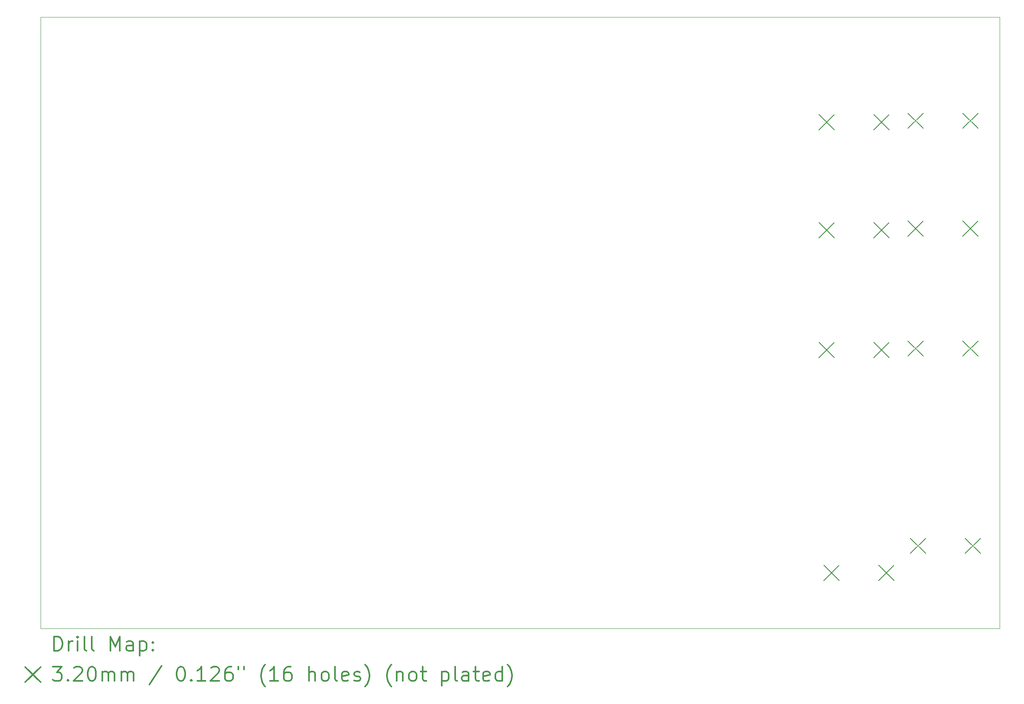
<source format=gbr>
%FSLAX45Y45*%
G04 Gerber Fmt 4.5, Leading zero omitted, Abs format (unit mm)*
G04 Created by KiCad (PCBNEW (5.1.4)-1) date 2021-11-01 00:46:15*
%MOMM*%
%LPD*%
G04 APERTURE LIST*
%ADD10C,0.050000*%
%ADD11C,0.200000*%
%ADD12C,0.300000*%
G04 APERTURE END LIST*
D10*
X24250000Y-16000000D02*
X4620000Y-16000000D01*
X4620000Y-16000000D02*
X4250000Y-16000000D01*
X24250000Y-16000000D02*
X24250000Y-15500000D01*
X4250000Y-15500000D02*
X4250000Y-16000000D01*
X24250000Y-3250000D02*
X4250000Y-3250000D01*
X4250000Y-15500000D02*
X4250000Y-3250000D01*
X24250000Y-3250000D02*
X24250000Y-15500000D01*
D11*
X20583000Y-14685000D02*
X20903000Y-15005000D01*
X20903000Y-14685000D02*
X20583000Y-15005000D01*
X20483000Y-7535000D02*
X20803000Y-7855000D01*
X20803000Y-7535000D02*
X20483000Y-7855000D01*
X22333000Y-10005000D02*
X22653000Y-10325000D01*
X22653000Y-10005000D02*
X22333000Y-10325000D01*
X22333000Y-7505000D02*
X22653000Y-7825000D01*
X22653000Y-7505000D02*
X22333000Y-7825000D01*
X23476000Y-7505000D02*
X23796000Y-7825000D01*
X23796000Y-7505000D02*
X23476000Y-7825000D01*
X20483000Y-10035000D02*
X20803000Y-10355000D01*
X20803000Y-10035000D02*
X20483000Y-10355000D01*
X21626000Y-10035000D02*
X21946000Y-10355000D01*
X21946000Y-10035000D02*
X21626000Y-10355000D01*
X22333000Y-5255000D02*
X22653000Y-5575000D01*
X22653000Y-5255000D02*
X22333000Y-5575000D01*
X23476000Y-5255000D02*
X23796000Y-5575000D01*
X23796000Y-5255000D02*
X23476000Y-5575000D01*
X22387000Y-14120000D02*
X22707000Y-14440000D01*
X22707000Y-14120000D02*
X22387000Y-14440000D01*
X23530000Y-14120000D02*
X23850000Y-14440000D01*
X23850000Y-14120000D02*
X23530000Y-14440000D01*
X21626000Y-7535000D02*
X21946000Y-7855000D01*
X21946000Y-7535000D02*
X21626000Y-7855000D01*
X23476000Y-10005000D02*
X23796000Y-10325000D01*
X23796000Y-10005000D02*
X23476000Y-10325000D01*
X20483000Y-5285000D02*
X20803000Y-5605000D01*
X20803000Y-5285000D02*
X20483000Y-5605000D01*
X21626000Y-5285000D02*
X21946000Y-5605000D01*
X21946000Y-5285000D02*
X21626000Y-5605000D01*
X21726000Y-14685000D02*
X22046000Y-15005000D01*
X22046000Y-14685000D02*
X21726000Y-15005000D01*
D12*
X4533928Y-16468214D02*
X4533928Y-16168214D01*
X4605357Y-16168214D01*
X4648214Y-16182500D01*
X4676786Y-16211071D01*
X4691071Y-16239643D01*
X4705357Y-16296786D01*
X4705357Y-16339643D01*
X4691071Y-16396786D01*
X4676786Y-16425357D01*
X4648214Y-16453929D01*
X4605357Y-16468214D01*
X4533928Y-16468214D01*
X4833928Y-16468214D02*
X4833928Y-16268214D01*
X4833928Y-16325357D02*
X4848214Y-16296786D01*
X4862500Y-16282500D01*
X4891071Y-16268214D01*
X4919643Y-16268214D01*
X5019643Y-16468214D02*
X5019643Y-16268214D01*
X5019643Y-16168214D02*
X5005357Y-16182500D01*
X5019643Y-16196786D01*
X5033928Y-16182500D01*
X5019643Y-16168214D01*
X5019643Y-16196786D01*
X5205357Y-16468214D02*
X5176786Y-16453929D01*
X5162500Y-16425357D01*
X5162500Y-16168214D01*
X5362500Y-16468214D02*
X5333928Y-16453929D01*
X5319643Y-16425357D01*
X5319643Y-16168214D01*
X5705357Y-16468214D02*
X5705357Y-16168214D01*
X5805357Y-16382500D01*
X5905357Y-16168214D01*
X5905357Y-16468214D01*
X6176786Y-16468214D02*
X6176786Y-16311071D01*
X6162500Y-16282500D01*
X6133928Y-16268214D01*
X6076786Y-16268214D01*
X6048214Y-16282500D01*
X6176786Y-16453929D02*
X6148214Y-16468214D01*
X6076786Y-16468214D01*
X6048214Y-16453929D01*
X6033928Y-16425357D01*
X6033928Y-16396786D01*
X6048214Y-16368214D01*
X6076786Y-16353929D01*
X6148214Y-16353929D01*
X6176786Y-16339643D01*
X6319643Y-16268214D02*
X6319643Y-16568214D01*
X6319643Y-16282500D02*
X6348214Y-16268214D01*
X6405357Y-16268214D01*
X6433928Y-16282500D01*
X6448214Y-16296786D01*
X6462500Y-16325357D01*
X6462500Y-16411071D01*
X6448214Y-16439643D01*
X6433928Y-16453929D01*
X6405357Y-16468214D01*
X6348214Y-16468214D01*
X6319643Y-16453929D01*
X6591071Y-16439643D02*
X6605357Y-16453929D01*
X6591071Y-16468214D01*
X6576786Y-16453929D01*
X6591071Y-16439643D01*
X6591071Y-16468214D01*
X6591071Y-16282500D02*
X6605357Y-16296786D01*
X6591071Y-16311071D01*
X6576786Y-16296786D01*
X6591071Y-16282500D01*
X6591071Y-16311071D01*
X3927500Y-16802500D02*
X4247500Y-17122500D01*
X4247500Y-16802500D02*
X3927500Y-17122500D01*
X4505357Y-16798214D02*
X4691071Y-16798214D01*
X4591071Y-16912500D01*
X4633928Y-16912500D01*
X4662500Y-16926786D01*
X4676786Y-16941072D01*
X4691071Y-16969643D01*
X4691071Y-17041072D01*
X4676786Y-17069643D01*
X4662500Y-17083929D01*
X4633928Y-17098214D01*
X4548214Y-17098214D01*
X4519643Y-17083929D01*
X4505357Y-17069643D01*
X4819643Y-17069643D02*
X4833928Y-17083929D01*
X4819643Y-17098214D01*
X4805357Y-17083929D01*
X4819643Y-17069643D01*
X4819643Y-17098214D01*
X4948214Y-16826786D02*
X4962500Y-16812500D01*
X4991071Y-16798214D01*
X5062500Y-16798214D01*
X5091071Y-16812500D01*
X5105357Y-16826786D01*
X5119643Y-16855357D01*
X5119643Y-16883929D01*
X5105357Y-16926786D01*
X4933928Y-17098214D01*
X5119643Y-17098214D01*
X5305357Y-16798214D02*
X5333928Y-16798214D01*
X5362500Y-16812500D01*
X5376786Y-16826786D01*
X5391071Y-16855357D01*
X5405357Y-16912500D01*
X5405357Y-16983929D01*
X5391071Y-17041072D01*
X5376786Y-17069643D01*
X5362500Y-17083929D01*
X5333928Y-17098214D01*
X5305357Y-17098214D01*
X5276786Y-17083929D01*
X5262500Y-17069643D01*
X5248214Y-17041072D01*
X5233928Y-16983929D01*
X5233928Y-16912500D01*
X5248214Y-16855357D01*
X5262500Y-16826786D01*
X5276786Y-16812500D01*
X5305357Y-16798214D01*
X5533928Y-17098214D02*
X5533928Y-16898214D01*
X5533928Y-16926786D02*
X5548214Y-16912500D01*
X5576786Y-16898214D01*
X5619643Y-16898214D01*
X5648214Y-16912500D01*
X5662500Y-16941072D01*
X5662500Y-17098214D01*
X5662500Y-16941072D02*
X5676786Y-16912500D01*
X5705357Y-16898214D01*
X5748214Y-16898214D01*
X5776786Y-16912500D01*
X5791071Y-16941072D01*
X5791071Y-17098214D01*
X5933928Y-17098214D02*
X5933928Y-16898214D01*
X5933928Y-16926786D02*
X5948214Y-16912500D01*
X5976786Y-16898214D01*
X6019643Y-16898214D01*
X6048214Y-16912500D01*
X6062500Y-16941072D01*
X6062500Y-17098214D01*
X6062500Y-16941072D02*
X6076786Y-16912500D01*
X6105357Y-16898214D01*
X6148214Y-16898214D01*
X6176786Y-16912500D01*
X6191071Y-16941072D01*
X6191071Y-17098214D01*
X6776786Y-16783929D02*
X6519643Y-17169643D01*
X7162500Y-16798214D02*
X7191071Y-16798214D01*
X7219643Y-16812500D01*
X7233928Y-16826786D01*
X7248214Y-16855357D01*
X7262500Y-16912500D01*
X7262500Y-16983929D01*
X7248214Y-17041072D01*
X7233928Y-17069643D01*
X7219643Y-17083929D01*
X7191071Y-17098214D01*
X7162500Y-17098214D01*
X7133928Y-17083929D01*
X7119643Y-17069643D01*
X7105357Y-17041072D01*
X7091071Y-16983929D01*
X7091071Y-16912500D01*
X7105357Y-16855357D01*
X7119643Y-16826786D01*
X7133928Y-16812500D01*
X7162500Y-16798214D01*
X7391071Y-17069643D02*
X7405357Y-17083929D01*
X7391071Y-17098214D01*
X7376786Y-17083929D01*
X7391071Y-17069643D01*
X7391071Y-17098214D01*
X7691071Y-17098214D02*
X7519643Y-17098214D01*
X7605357Y-17098214D02*
X7605357Y-16798214D01*
X7576786Y-16841072D01*
X7548214Y-16869643D01*
X7519643Y-16883929D01*
X7805357Y-16826786D02*
X7819643Y-16812500D01*
X7848214Y-16798214D01*
X7919643Y-16798214D01*
X7948214Y-16812500D01*
X7962500Y-16826786D01*
X7976786Y-16855357D01*
X7976786Y-16883929D01*
X7962500Y-16926786D01*
X7791071Y-17098214D01*
X7976786Y-17098214D01*
X8233928Y-16798214D02*
X8176786Y-16798214D01*
X8148214Y-16812500D01*
X8133928Y-16826786D01*
X8105357Y-16869643D01*
X8091071Y-16926786D01*
X8091071Y-17041072D01*
X8105357Y-17069643D01*
X8119643Y-17083929D01*
X8148214Y-17098214D01*
X8205357Y-17098214D01*
X8233928Y-17083929D01*
X8248214Y-17069643D01*
X8262500Y-17041072D01*
X8262500Y-16969643D01*
X8248214Y-16941072D01*
X8233928Y-16926786D01*
X8205357Y-16912500D01*
X8148214Y-16912500D01*
X8119643Y-16926786D01*
X8105357Y-16941072D01*
X8091071Y-16969643D01*
X8376786Y-16798214D02*
X8376786Y-16855357D01*
X8491071Y-16798214D02*
X8491071Y-16855357D01*
X8933928Y-17212500D02*
X8919643Y-17198214D01*
X8891071Y-17155357D01*
X8876786Y-17126786D01*
X8862500Y-17083929D01*
X8848214Y-17012500D01*
X8848214Y-16955357D01*
X8862500Y-16883929D01*
X8876786Y-16841072D01*
X8891071Y-16812500D01*
X8919643Y-16769643D01*
X8933928Y-16755357D01*
X9205357Y-17098214D02*
X9033928Y-17098214D01*
X9119643Y-17098214D02*
X9119643Y-16798214D01*
X9091071Y-16841072D01*
X9062500Y-16869643D01*
X9033928Y-16883929D01*
X9462500Y-16798214D02*
X9405357Y-16798214D01*
X9376786Y-16812500D01*
X9362500Y-16826786D01*
X9333928Y-16869643D01*
X9319643Y-16926786D01*
X9319643Y-17041072D01*
X9333928Y-17069643D01*
X9348214Y-17083929D01*
X9376786Y-17098214D01*
X9433928Y-17098214D01*
X9462500Y-17083929D01*
X9476786Y-17069643D01*
X9491071Y-17041072D01*
X9491071Y-16969643D01*
X9476786Y-16941072D01*
X9462500Y-16926786D01*
X9433928Y-16912500D01*
X9376786Y-16912500D01*
X9348214Y-16926786D01*
X9333928Y-16941072D01*
X9319643Y-16969643D01*
X9848214Y-17098214D02*
X9848214Y-16798214D01*
X9976786Y-17098214D02*
X9976786Y-16941072D01*
X9962500Y-16912500D01*
X9933928Y-16898214D01*
X9891071Y-16898214D01*
X9862500Y-16912500D01*
X9848214Y-16926786D01*
X10162500Y-17098214D02*
X10133928Y-17083929D01*
X10119643Y-17069643D01*
X10105357Y-17041072D01*
X10105357Y-16955357D01*
X10119643Y-16926786D01*
X10133928Y-16912500D01*
X10162500Y-16898214D01*
X10205357Y-16898214D01*
X10233928Y-16912500D01*
X10248214Y-16926786D01*
X10262500Y-16955357D01*
X10262500Y-17041072D01*
X10248214Y-17069643D01*
X10233928Y-17083929D01*
X10205357Y-17098214D01*
X10162500Y-17098214D01*
X10433928Y-17098214D02*
X10405357Y-17083929D01*
X10391071Y-17055357D01*
X10391071Y-16798214D01*
X10662500Y-17083929D02*
X10633928Y-17098214D01*
X10576786Y-17098214D01*
X10548214Y-17083929D01*
X10533928Y-17055357D01*
X10533928Y-16941072D01*
X10548214Y-16912500D01*
X10576786Y-16898214D01*
X10633928Y-16898214D01*
X10662500Y-16912500D01*
X10676786Y-16941072D01*
X10676786Y-16969643D01*
X10533928Y-16998214D01*
X10791071Y-17083929D02*
X10819643Y-17098214D01*
X10876786Y-17098214D01*
X10905357Y-17083929D01*
X10919643Y-17055357D01*
X10919643Y-17041072D01*
X10905357Y-17012500D01*
X10876786Y-16998214D01*
X10833928Y-16998214D01*
X10805357Y-16983929D01*
X10791071Y-16955357D01*
X10791071Y-16941072D01*
X10805357Y-16912500D01*
X10833928Y-16898214D01*
X10876786Y-16898214D01*
X10905357Y-16912500D01*
X11019643Y-17212500D02*
X11033928Y-17198214D01*
X11062500Y-17155357D01*
X11076786Y-17126786D01*
X11091071Y-17083929D01*
X11105357Y-17012500D01*
X11105357Y-16955357D01*
X11091071Y-16883929D01*
X11076786Y-16841072D01*
X11062500Y-16812500D01*
X11033928Y-16769643D01*
X11019643Y-16755357D01*
X11562500Y-17212500D02*
X11548214Y-17198214D01*
X11519643Y-17155357D01*
X11505357Y-17126786D01*
X11491071Y-17083929D01*
X11476786Y-17012500D01*
X11476786Y-16955357D01*
X11491071Y-16883929D01*
X11505357Y-16841072D01*
X11519643Y-16812500D01*
X11548214Y-16769643D01*
X11562500Y-16755357D01*
X11676786Y-16898214D02*
X11676786Y-17098214D01*
X11676786Y-16926786D02*
X11691071Y-16912500D01*
X11719643Y-16898214D01*
X11762500Y-16898214D01*
X11791071Y-16912500D01*
X11805357Y-16941072D01*
X11805357Y-17098214D01*
X11991071Y-17098214D02*
X11962500Y-17083929D01*
X11948214Y-17069643D01*
X11933928Y-17041072D01*
X11933928Y-16955357D01*
X11948214Y-16926786D01*
X11962500Y-16912500D01*
X11991071Y-16898214D01*
X12033928Y-16898214D01*
X12062500Y-16912500D01*
X12076786Y-16926786D01*
X12091071Y-16955357D01*
X12091071Y-17041072D01*
X12076786Y-17069643D01*
X12062500Y-17083929D01*
X12033928Y-17098214D01*
X11991071Y-17098214D01*
X12176786Y-16898214D02*
X12291071Y-16898214D01*
X12219643Y-16798214D02*
X12219643Y-17055357D01*
X12233928Y-17083929D01*
X12262500Y-17098214D01*
X12291071Y-17098214D01*
X12619643Y-16898214D02*
X12619643Y-17198214D01*
X12619643Y-16912500D02*
X12648214Y-16898214D01*
X12705357Y-16898214D01*
X12733928Y-16912500D01*
X12748214Y-16926786D01*
X12762500Y-16955357D01*
X12762500Y-17041072D01*
X12748214Y-17069643D01*
X12733928Y-17083929D01*
X12705357Y-17098214D01*
X12648214Y-17098214D01*
X12619643Y-17083929D01*
X12933928Y-17098214D02*
X12905357Y-17083929D01*
X12891071Y-17055357D01*
X12891071Y-16798214D01*
X13176786Y-17098214D02*
X13176786Y-16941072D01*
X13162500Y-16912500D01*
X13133928Y-16898214D01*
X13076786Y-16898214D01*
X13048214Y-16912500D01*
X13176786Y-17083929D02*
X13148214Y-17098214D01*
X13076786Y-17098214D01*
X13048214Y-17083929D01*
X13033928Y-17055357D01*
X13033928Y-17026786D01*
X13048214Y-16998214D01*
X13076786Y-16983929D01*
X13148214Y-16983929D01*
X13176786Y-16969643D01*
X13276786Y-16898214D02*
X13391071Y-16898214D01*
X13319643Y-16798214D02*
X13319643Y-17055357D01*
X13333928Y-17083929D01*
X13362500Y-17098214D01*
X13391071Y-17098214D01*
X13605357Y-17083929D02*
X13576786Y-17098214D01*
X13519643Y-17098214D01*
X13491071Y-17083929D01*
X13476786Y-17055357D01*
X13476786Y-16941072D01*
X13491071Y-16912500D01*
X13519643Y-16898214D01*
X13576786Y-16898214D01*
X13605357Y-16912500D01*
X13619643Y-16941072D01*
X13619643Y-16969643D01*
X13476786Y-16998214D01*
X13876786Y-17098214D02*
X13876786Y-16798214D01*
X13876786Y-17083929D02*
X13848214Y-17098214D01*
X13791071Y-17098214D01*
X13762500Y-17083929D01*
X13748214Y-17069643D01*
X13733928Y-17041072D01*
X13733928Y-16955357D01*
X13748214Y-16926786D01*
X13762500Y-16912500D01*
X13791071Y-16898214D01*
X13848214Y-16898214D01*
X13876786Y-16912500D01*
X13991071Y-17212500D02*
X14005357Y-17198214D01*
X14033928Y-17155357D01*
X14048214Y-17126786D01*
X14062500Y-17083929D01*
X14076786Y-17012500D01*
X14076786Y-16955357D01*
X14062500Y-16883929D01*
X14048214Y-16841072D01*
X14033928Y-16812500D01*
X14005357Y-16769643D01*
X13991071Y-16755357D01*
M02*

</source>
